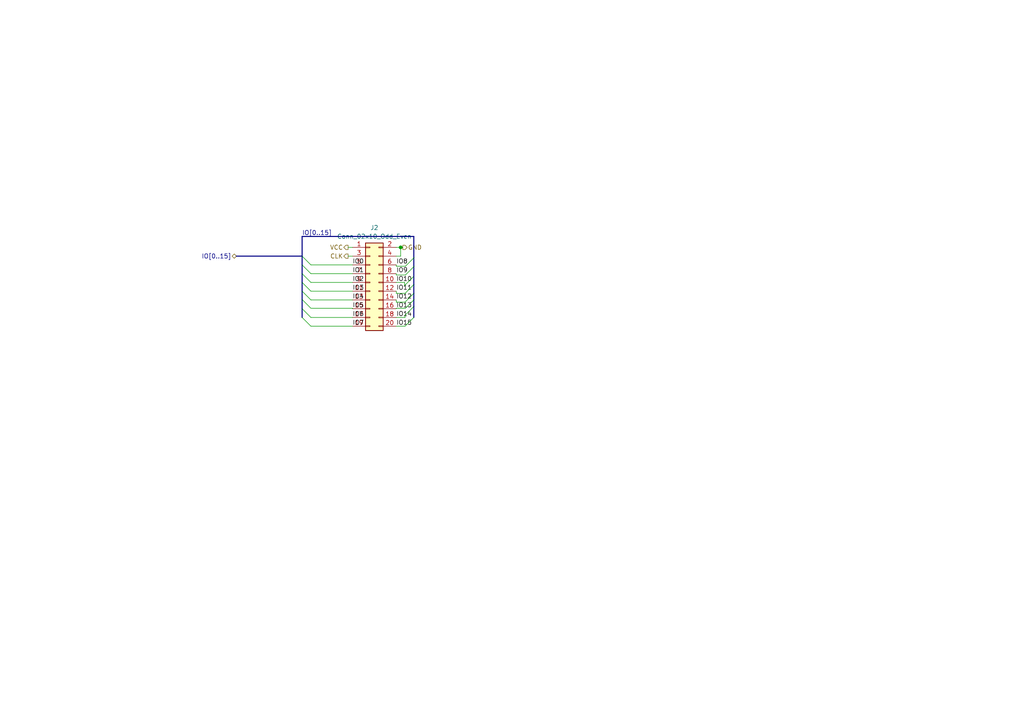
<source format=kicad_sch>
(kicad_sch (version 20231120) (generator "eeschema") (generator_version "8.0")
  (paper "A4")
  (lib_symbols
    (symbol "Connector_Generic:Conn_02x10_Odd_Even" (pin_names (offset 1.016) hide)
      (property "Reference" "J" (at 1.27 12.7 0))
      (property "Value" "Conn_02x10_Odd_Even" (at 1.27 -15.24 0))
      (symbol "Conn_02x10_Odd_Even_1_1"
        (rectangle (start -1.27 -12.573) (end 0 -12.827) (stroke (width 0.1524)))
        (rectangle (start -1.27 -10.033) (end 0 -10.287) (stroke (width 0.1524)))
        (rectangle (start -1.27 -7.493) (end 0 -7.747) (stroke (width 0.1524)))
        (rectangle (start -1.27 -4.953) (end 0 -5.207) (stroke (width 0.1524)))
        (rectangle (start -1.27 -2.413) (end 0 -2.667) (stroke (width 0.1524)))
        (rectangle (start -1.27 0.127) (end 0 -0.127) (stroke (width 0.1524)))
        (rectangle (start -1.27 2.667) (end 0 2.413) (stroke (width 0.1524)))
        (rectangle (start -1.27 5.207) (end 0 4.953) (stroke (width 0.1524)))
        (rectangle (start -1.27 7.747) (end 0 7.493) (stroke (width 0.1524)))
        (rectangle (start -1.27 10.287) (end 0 10.033) (stroke (width 0.1524)))
        (rectangle (start -1.27 11.43) (end 3.81 -13.97) (stroke (width 0.254)) (fill (type background)))
        (rectangle (start 3.81 -12.573) (end 2.54 -12.827) (stroke (width 0.1524)))
        (rectangle (start 3.81 -10.033) (end 2.54 -10.287) (stroke (width 0.1524)))
        (rectangle (start 3.81 -7.493) (end 2.54 -7.747) (stroke (width 0.1524)))
        (rectangle (start 3.81 -4.953) (end 2.54 -5.207) (stroke (width 0.1524)))
        (rectangle (start 3.81 -2.413) (end 2.54 -2.667) (stroke (width 0.1524)))
        (rectangle (start 3.81 0.127) (end 2.54 -0.127) (stroke (width 0.1524)))
        (rectangle (start 3.81 2.667) (end 2.54 2.413) (stroke (width 0.1524)))
        (rectangle (start 3.81 5.207) (end 2.54 4.953) (stroke (width 0.1524)))
        (rectangle (start 3.81 7.747) (end 2.54 7.493) (stroke (width 0.1524)))
        (rectangle (start 3.81 10.287) (end 2.54 10.033) (stroke (width 0.1524)))
        (pin passive line (at -5.08 10.16 0) (length 3.81) (name "Pin_1") (number "1"))
        (pin passive line (at 7.62 0 180) (length 3.81) (name "Pin_10") (number "10"))
        (pin passive line (at -5.08 -2.54 0) (length 3.81) (name "Pin_11") (number "11"))
        (pin passive line (at 7.62 -2.54 180) (length 3.81) (name "Pin_12") (number "12"))
        (pin passive line (at -5.08 -5.08 0) (length 3.81) (name "Pin_13") (number "13"))
        (pin passive line (at 7.62 -5.08 180) (length 3.81) (name "Pin_14") (number "14"))
        (pin passive line (at -5.08 -7.62 0) (length 3.81) (name "Pin_15") (number "15"))
        (pin passive line (at 7.62 -7.62 180) (length 3.81) (name "Pin_16") (number "16"))
        (pin passive line (at -5.08 -10.16 0) (length 3.81) (name "Pin_17") (number "17"))
        (pin passive line (at 7.62 -10.16 180) (length 3.81) (name "Pin_18") (number "18"))
        (pin passive line (at -5.08 -12.7 0) (length 3.81) (name "Pin_19") (number "19"))
        (pin passive line (at 7.62 10.16 180) (length 3.81) (name "Pin_2") (number "2"))
        (pin passive line (at 7.62 -12.7 180) (length 3.81) (name "Pin_20") (number "20"))
        (pin passive line (at -5.08 7.62 0) (length 3.81) (name "Pin_3") (number "3"))
        (pin passive line (at 7.62 7.62 180) (length 3.81) (name "Pin_4") (number "4"))
        (pin passive line (at -5.08 5.08 0) (length 3.81) (name "Pin_5") (number "5"))
        (pin passive line (at 7.62 5.08 180) (length 3.81) (name "Pin_6") (number "6"))
        (pin passive line (at -5.08 2.54 0) (length 3.81) (name "Pin_7") (number "7"))
        (pin passive line (at 7.62 2.54 180) (length 3.81) (name "Pin_8") (number "8"))
        (pin passive line (at -5.08 0 0) (length 3.81) (name "Pin_9") (number "9"))
      )
    )
  )
  (junction (at 116.205 71.755))
  (bus_entry (at 120.142 77.216) (size -2.54 2.54))
  (bus_entry (at 120.015 82.55) (size -2.54 2.54))
  (bus_entry (at 120.015 92.075) (size -2.54 2.54))
  (bus_entry (at 87.63 79.375) (size 2.54 2.54))
  (bus_entry (at 87.63 81.915) (size 2.54 2.54))
  (bus_entry (at 119.888 80.264) (size -2.54 2.54))
  (bus_entry (at 120.142 74.676) (size -2.54 2.54))
  (bus_entry (at 87.63 89.535) (size 2.54 2.54))
  (bus_entry (at 87.63 74.295) (size 2.54 2.54))
  (bus_entry (at 87.63 92.075) (size 2.54 2.54))
  (bus_entry (at 120.015 88.9) (size -2.54 2.54))
  (bus_entry (at 87.63 76.835) (size 2.54 2.54))
  (bus_entry (at 87.63 86.868) (size 2.54 2.54))
  (bus_entry (at 120.015 85.09) (size -2.54 2.54))
  (bus_entry (at 120.142 86.868) (size -2.54 2.54))
  (bus_entry (at 87.63 84.455) (size 2.54 2.54))
  (wire (pts (xy 114.935 77.216) (xy 114.935 76.835)))
  (wire (pts (xy 90.17 81.915) (xy 102.235 81.915)))
  (bus (pts (xy 120.015 82.55) (xy 120.015 85.09)))
  (wire (pts (xy 117.475 91.44) (xy 117.475 92.075)))
  (bus (pts (xy 87.63 79.375) (xy 87.63 81.915)))
  (wire (pts (xy 114.935 71.755) (xy 116.205 71.755)))
  (wire (pts (xy 90.17 76.835) (xy 102.235 76.835)))
  (wire (pts (xy 90.17 86.995) (xy 102.235 86.995)))
  (wire (pts (xy 117.475 92.075) (xy 114.935 92.075)))
  (wire (pts (xy 114.935 79.756) (xy 114.935 79.375)))
  (wire (pts (xy 116.205 74.295) (xy 116.205 71.755)))
  (bus (pts (xy 87.63 68.58) (xy 120.015 68.58)))
  (wire (pts (xy 102.235 89.408) (xy 102.235 89.535)))
  (wire (pts (xy 90.17 94.615) (xy 102.235 94.615)))
  (wire (pts (xy 100.965 74.295) (xy 102.235 74.295)))
  (wire (pts (xy 114.935 87.63) (xy 114.935 86.995)))
  (bus (pts (xy 68.58 74.295) (xy 87.63 74.295)))
  (bus (pts (xy 120.015 88.9) (xy 120.015 92.075)))
  (wire (pts (xy 114.935 89.408) (xy 114.935 89.535)))
  (bus (pts (xy 87.63 76.835) (xy 87.63 79.375)))
  (wire (pts (xy 114.935 85.09) (xy 114.935 84.455)))
  (wire (pts (xy 117.475 85.09) (xy 114.935 85.09)))
  (bus (pts (xy 87.63 86.868) (xy 87.63 89.535)))
  (wire (pts (xy 117.475 87.63) (xy 114.935 87.63)))
  (wire (pts (xy 100.965 71.755) (xy 102.235 71.755)))
  (bus (pts (xy 120.015 68.58) (xy 120.015 82.55)))
  (wire (pts (xy 117.602 79.756) (xy 114.935 79.756)))
  (wire (pts (xy 90.17 84.455) (xy 102.235 84.455)))
  (wire (pts (xy 90.17 79.375) (xy 102.235 79.375)))
  (wire (pts (xy 117.348 81.915) (xy 114.935 81.915)))
  (wire (pts (xy 90.17 92.075) (xy 102.235 92.075)))
  (wire (pts (xy 114.935 94.615) (xy 117.475 94.615)))
  (bus (pts (xy 87.63 89.535) (xy 87.63 92.075)))
  (bus (pts (xy 87.63 68.58) (xy 87.63 74.295)))
  (wire (pts (xy 90.17 89.408) (xy 102.235 89.408)))
  (wire (pts (xy 117.602 77.216) (xy 114.935 77.216)))
  (wire (pts (xy 117.348 82.804) (xy 117.348 81.915)))
  (bus (pts (xy 87.63 74.295) (xy 87.63 76.835)))
  (wire (pts (xy 117.602 89.408) (xy 114.935 89.408)))
  (bus (pts (xy 87.63 84.455) (xy 87.63 86.868)))
  (wire (pts (xy 114.935 74.295) (xy 116.205 74.295)))
  (wire (pts (xy 116.205 71.755) (xy 116.84 71.755)))
  (bus (pts (xy 87.63 81.915) (xy 87.63 84.455)))
  (bus (pts (xy 120.015 85.09) (xy 120.015 88.9)))
  (label "IO10" (at 114.935 81.915 0))
  (label "IO0" (at 102.235 76.835 0))
  (label "IO8" (at 114.935 76.835 0))
  (label "IO13" (at 114.935 89.535 0))
  (label "IO9" (at 114.935 79.375 0))
  (label "IO11" (at 114.935 84.455 0))
  (label "IO1" (at 102.235 79.375 0))
  (label "IO4" (at 102.235 86.995 0))
  (label "IO3" (at 102.235 84.455 0))
  (label "IO[0..15]" (at 87.63 68.58 0))
  (label "IO14" (at 114.935 92.075 0))
  (label "IO5" (at 102.235 89.535 0))
  (label "IO15" (at 114.935 94.615 0))
  (label "IO6" (at 102.235 92.075 0))
  (label "IO2" (at 102.235 81.915 0))
  (label "IO12" (at 114.935 86.995 0))
  (label "IO7" (at 102.235 94.615 0))
  (hierarchical_label "CLK" (shape output) (at 100.965 74.295 180))
  (hierarchical_label "GND" (shape output) (at 116.84 71.755 0))
  (hierarchical_label "VCC" (shape output) (at 100.965 71.755 180))
  (hierarchical_label "IO[0..15]" (shape tri_state) (at 68.58 74.295 180))
  (symbol (lib_id "Connector_Generic:Conn_02x10_Odd_Even") (at 107.315 81.915 0) (unit 1)
    (property "Reference" "J2" (at 108.585 66.04 0))
    (property "Value" "Conn_02x10_Odd_Even" (at 108.585 68.58 0))
    (property "Footprint" "Connector_IDC:IDC-Header_2x10_P2.54mm_Vertical" (effects (hide yes)))
    (property "Description" "Generic connector, double row, 02x10, odd/even pin numbering scheme (row 1 odd numbers, row 2 even numbers), script generated (kicad-library-utils/schlib/autogen/connector/)" (effects (hide yes)))
  )
)
</source>
